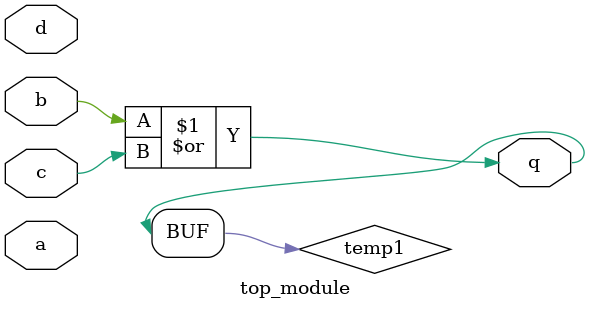
<source format=sv>
module top_module (
	input a, 
	input b, 
	input c, 
	input d,
	output q
);

  wire temp1;
  
  or gate1(temp1, b, c);
  
  assign q = temp1;

endmodule

</source>
